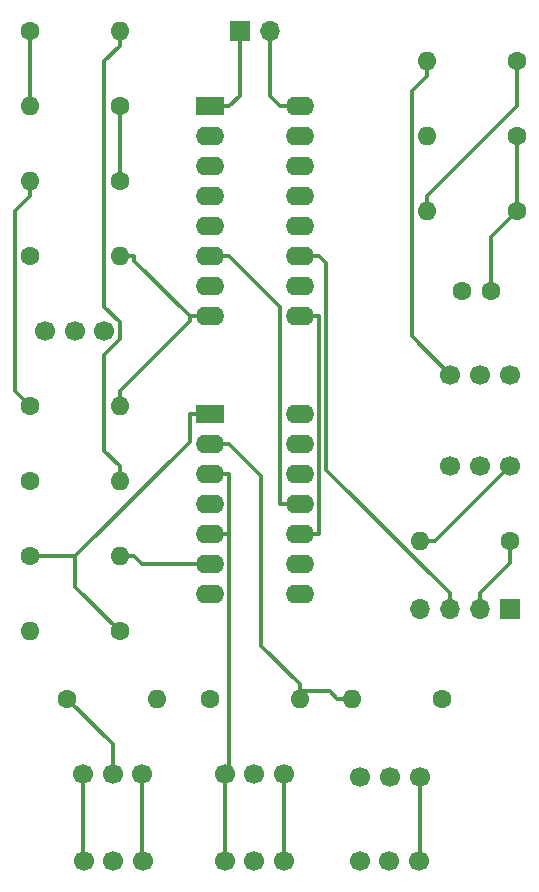
<source format=gtl>
%TF.GenerationSoftware,KiCad,Pcbnew,(5.1.12)-1*%
%TF.CreationDate,2021-11-26T16:16:19-08:00*%
%TF.ProjectId,VCF_LowPass,5643465f-4c6f-4775-9061-73732e6b6963,rev?*%
%TF.SameCoordinates,Original*%
%TF.FileFunction,Copper,L1,Top*%
%TF.FilePolarity,Positive*%
%FSLAX46Y46*%
G04 Gerber Fmt 4.6, Leading zero omitted, Abs format (unit mm)*
G04 Created by KiCad (PCBNEW (5.1.12)-1) date 2021-11-26 16:16:20*
%MOMM*%
%LPD*%
G01*
G04 APERTURE LIST*
%TA.AperFunction,ComponentPad*%
%ADD10C,1.700000*%
%TD*%
%TA.AperFunction,ComponentPad*%
%ADD11O,2.400000X1.600000*%
%TD*%
%TA.AperFunction,ComponentPad*%
%ADD12R,2.400000X1.600000*%
%TD*%
%TA.AperFunction,ComponentPad*%
%ADD13C,1.600000*%
%TD*%
%TA.AperFunction,ComponentPad*%
%ADD14R,1.700000X1.700000*%
%TD*%
%TA.AperFunction,ComponentPad*%
%ADD15O,1.700000X1.700000*%
%TD*%
%TA.AperFunction,ComponentPad*%
%ADD16O,1.600000X1.600000*%
%TD*%
%TA.AperFunction,Conductor*%
%ADD17C,0.304800*%
%TD*%
G04 APERTURE END LIST*
D10*
%TO.P,RV4,3*%
%TO.N,Net-(C1-Pad2)*%
X94314000Y-123825000D03*
%TO.P,RV4,2*%
X96814000Y-123825000D03*
%TO.P,RV4,1*%
%TO.N,Net-(R15-Pad2)*%
X99314000Y-123825000D03*
%TD*%
%TO.P,J5,TN*%
%TO.N,Net-(IC1-Pad9)*%
X94314000Y-116078000D03*
%TO.P,J5,T*%
%TO.N,GND*%
X96814000Y-116078000D03*
%TO.P,J5,S*%
X99314000Y-116078000D03*
%TD*%
%TO.P,RV1,3*%
%TO.N,GND*%
X63199000Y-149860000D03*
%TO.P,RV1,2*%
%TO.N,Net-(R1-Pad1)*%
X65699000Y-149860000D03*
%TO.P,RV1,1*%
%TO.N,Net-(J1-PadTN)*%
X68199000Y-149860000D03*
%TD*%
%TO.P,RV3,3*%
%TO.N,GND*%
X86694000Y-150114000D03*
%TO.P,RV3,2*%
%TO.N,Net-(R3-Pad1)*%
X89194000Y-150114000D03*
%TO.P,RV3,1*%
%TO.N,Net-(J3-PadTN)*%
X91694000Y-150114000D03*
%TD*%
%TO.P,RV2,3*%
%TO.N,GND*%
X75184000Y-149860000D03*
%TO.P,RV2,2*%
%TO.N,Net-(R2-Pad1)*%
X77684000Y-149860000D03*
%TO.P,RV2,1*%
%TO.N,Net-(J2-PadTN)*%
X80184000Y-149860000D03*
%TD*%
%TO.P,J1,TN*%
%TO.N,Net-(J1-PadTN)*%
X68246000Y-157226000D03*
%TO.P,J1,T*%
%TO.N,GND*%
X65746000Y-157226000D03*
%TO.P,J1,S*%
X63246000Y-157226000D03*
%TD*%
%TO.P,J2,TN*%
%TO.N,Net-(J2-PadTN)*%
X80184000Y-157226000D03*
%TO.P,J2,T*%
%TO.N,GND*%
X77684000Y-157226000D03*
%TO.P,J2,S*%
X75184000Y-157226000D03*
%TD*%
%TO.P,J3,TN*%
%TO.N,Net-(J3-PadTN)*%
X91614000Y-157226000D03*
%TO.P,J3,T*%
%TO.N,GND*%
X89114000Y-157226000D03*
%TO.P,J3,S*%
X86614000Y-157226000D03*
%TD*%
D11*
%TO.P,IC1,16*%
%TO.N,Net-(IC1-Pad16)*%
X81534000Y-93345000D03*
%TO.P,IC1,8*%
%TO.N,Net-(IC1-Pad8)*%
X73914000Y-111125000D03*
%TO.P,IC1,15*%
%TO.N,Net-(IC1-Pad15)*%
X81534000Y-95885000D03*
%TO.P,IC1,7*%
%TO.N,Net-(C1-Pad1)*%
X73914000Y-108585000D03*
%TO.P,IC1,14*%
%TO.N,Net-(IC1-Pad14)*%
X81534000Y-98425000D03*
%TO.P,IC1,6*%
%TO.N,-12V*%
X73914000Y-106045000D03*
%TO.P,IC1,13*%
%TO.N,Net-(IC1-Pad13)*%
X81534000Y-100965000D03*
%TO.P,IC1,5*%
%TO.N,Net-(C1-Pad1)*%
X73914000Y-103505000D03*
%TO.P,IC1,12*%
%TO.N,Net-(C2-Pad1)*%
X81534000Y-103505000D03*
%TO.P,IC1,4*%
%TO.N,Net-(IC1-Pad4)*%
X73914000Y-100965000D03*
%TO.P,IC1,11*%
%TO.N,+12V*%
X81534000Y-106045000D03*
%TO.P,IC1,3*%
%TO.N,Net-(IC1-Pad3)*%
X73914000Y-98425000D03*
%TO.P,IC1,10*%
%TO.N,Net-(C2-Pad1)*%
X81534000Y-108585000D03*
%TO.P,IC1,2*%
%TO.N,Net-(IC1-Pad2)*%
X73914000Y-95885000D03*
%TO.P,IC1,9*%
%TO.N,Net-(IC1-Pad9)*%
X81534000Y-111125000D03*
D12*
%TO.P,IC1,1*%
%TO.N,Net-(IC1-Pad1)*%
X73914000Y-93345000D03*
%TD*%
D13*
%TO.P,C2,1*%
%TO.N,Net-(C2-Pad1)*%
X95250000Y-108966000D03*
%TO.P,C2,2*%
%TO.N,GND*%
X97750000Y-108966000D03*
%TD*%
D14*
%TO.P,J4,1*%
%TO.N,Net-(IC1-Pad1)*%
X76454000Y-86995000D03*
D15*
%TO.P,J4,2*%
%TO.N,Net-(IC1-Pad16)*%
X78994000Y-86995000D03*
%TD*%
D14*
%TO.P,J6,1*%
%TO.N,-12V*%
X99314000Y-135890000D03*
D15*
%TO.P,J6,2*%
%TO.N,GND*%
X96774000Y-135890000D03*
%TO.P,J6,3*%
%TO.N,+12V*%
X94234000Y-135890000D03*
%TO.P,J6,4*%
%TO.N,+5V*%
X91694000Y-135890000D03*
%TD*%
D16*
%TO.P,R1,2*%
%TO.N,Net-(R1-Pad2)*%
X69469000Y-143510000D03*
D13*
%TO.P,R1,1*%
%TO.N,Net-(R1-Pad1)*%
X61849000Y-143510000D03*
%TD*%
%TO.P,R2,1*%
%TO.N,Net-(R2-Pad1)*%
X73914000Y-143510000D03*
D16*
%TO.P,R2,2*%
%TO.N,Net-(R1-Pad2)*%
X81534000Y-143510000D03*
%TD*%
%TO.P,R3,2*%
%TO.N,Net-(R1-Pad2)*%
X85979000Y-143510000D03*
D13*
%TO.P,R3,1*%
%TO.N,Net-(R3-Pad1)*%
X93599000Y-143510000D03*
%TD*%
%TO.P,R4,1*%
%TO.N,Net-(R4-Pad1)*%
X66294000Y-137795000D03*
D16*
%TO.P,R4,2*%
%TO.N,Net-(R1-Pad2)*%
X58674000Y-137795000D03*
%TD*%
D13*
%TO.P,R5,1*%
%TO.N,Net-(R4-Pad1)*%
X58674000Y-131445000D03*
D16*
%TO.P,R5,2*%
%TO.N,Net-(R5-Pad2)*%
X66294000Y-131445000D03*
%TD*%
%TO.P,R6,2*%
%TO.N,Net-(R6-Pad2)*%
X66294000Y-125095000D03*
D13*
%TO.P,R6,1*%
%TO.N,Net-(R5-Pad2)*%
X58674000Y-125095000D03*
%TD*%
%TO.P,R7,1*%
%TO.N,Net-(IC1-Pad3)*%
X58674000Y-86995000D03*
D16*
%TO.P,R7,2*%
%TO.N,Net-(R6-Pad2)*%
X66294000Y-86995000D03*
%TD*%
%TO.P,R8,2*%
%TO.N,Net-(IC1-Pad3)*%
X58674000Y-93345000D03*
D13*
%TO.P,R8,1*%
%TO.N,GND*%
X66294000Y-93345000D03*
%TD*%
%TO.P,R9,1*%
%TO.N,Net-(IC1-Pad4)*%
X58674000Y-118745000D03*
D16*
%TO.P,R9,2*%
%TO.N,Net-(IC1-Pad8)*%
X66294000Y-118745000D03*
%TD*%
%TO.P,R10,2*%
%TO.N,Net-(IC1-Pad4)*%
X58674000Y-99695000D03*
D13*
%TO.P,R10,1*%
%TO.N,GND*%
X66294000Y-99695000D03*
%TD*%
%TO.P,R11,1*%
%TO.N,Net-(IC1-Pad14)*%
X58674000Y-106045000D03*
D16*
%TO.P,R11,2*%
%TO.N,Net-(IC1-Pad8)*%
X66294000Y-106045000D03*
%TD*%
%TO.P,R12,2*%
%TO.N,Net-(IC1-Pad14)*%
X92329000Y-95885000D03*
D13*
%TO.P,R12,1*%
%TO.N,GND*%
X99949000Y-95885000D03*
%TD*%
D16*
%TO.P,R13,2*%
%TO.N,Net-(IC1-Pad9)*%
X92329000Y-89535000D03*
D13*
%TO.P,R13,1*%
%TO.N,Net-(IC1-Pad13)*%
X99949000Y-89535000D03*
%TD*%
%TO.P,R14,1*%
%TO.N,GND*%
X99949000Y-102235000D03*
D16*
%TO.P,R14,2*%
%TO.N,Net-(IC1-Pad13)*%
X92329000Y-102235000D03*
%TD*%
D13*
%TO.P,R15,1*%
%TO.N,GND*%
X99314000Y-130175000D03*
D16*
%TO.P,R15,2*%
%TO.N,Net-(R15-Pad2)*%
X91694000Y-130175000D03*
%TD*%
D12*
%TO.P,U1,1*%
%TO.N,Net-(R4-Pad1)*%
X73914000Y-119380000D03*
D11*
%TO.P,U1,8*%
%TO.N,Net-(C1-Pad2)*%
X81534000Y-134620000D03*
%TO.P,U1,2*%
%TO.N,Net-(R1-Pad2)*%
X73914000Y-121920000D03*
%TO.P,U1,9*%
%TO.N,Net-(R15-Pad2)*%
X81534000Y-132080000D03*
%TO.P,U1,3*%
%TO.N,GND*%
X73914000Y-124460000D03*
%TO.P,U1,10*%
%TO.N,Net-(IC1-Pad9)*%
X81534000Y-129540000D03*
%TO.P,U1,4*%
%TO.N,+12V*%
X73914000Y-127000000D03*
%TO.P,U1,11*%
%TO.N,-12V*%
X81534000Y-127000000D03*
%TO.P,U1,5*%
%TO.N,GND*%
X73914000Y-129540000D03*
%TO.P,U1,12*%
%TO.N,N/C*%
X81534000Y-124460000D03*
%TO.P,U1,6*%
%TO.N,Net-(R5-Pad2)*%
X73914000Y-132080000D03*
%TO.P,U1,13*%
%TO.N,N/C*%
X81534000Y-121920000D03*
%TO.P,U1,7*%
%TO.N,Net-(R6-Pad2)*%
X73914000Y-134620000D03*
%TO.P,U1,14*%
%TO.N,N/C*%
X81534000Y-119380000D03*
%TD*%
D10*
%TO.P,C1,1*%
%TO.N,Net-(C1-Pad1)*%
X59984000Y-112395000D03*
%TO.P,C1,2*%
%TO.N,Net-(C1-Pad2)*%
X62484000Y-112395000D03*
%TO.P,C1,3*%
%TO.N,N/C*%
X64984000Y-112395000D03*
%TD*%
D17*
%TO.N,GND*%
X73914000Y-124460000D02*
X75571500Y-124460000D01*
X75571500Y-129540000D02*
X75571500Y-124460000D01*
X75419000Y-129540000D02*
X75571500Y-129540000D01*
X73914000Y-129540000D02*
X75419000Y-129540000D01*
X63246000Y-157226000D02*
X63199000Y-157179000D01*
X63199000Y-157179000D02*
X63199000Y-149860000D01*
X75184000Y-157226000D02*
X75184000Y-149860000D01*
X99949000Y-102235000D02*
X97750000Y-104434000D01*
X97750000Y-104434000D02*
X97750000Y-108966000D01*
X96774000Y-134582500D02*
X99314000Y-132042500D01*
X99314000Y-132042500D02*
X99314000Y-130175000D01*
X66294000Y-99695000D02*
X66294000Y-93345000D01*
X99949000Y-102235000D02*
X99949000Y-95885000D01*
X96774000Y-135890000D02*
X96774000Y-134582500D01*
X75571500Y-129540000D02*
X75571500Y-149472500D01*
X75571500Y-149472500D02*
X75184000Y-149860000D01*
%TO.N,Net-(IC1-Pad1)*%
X73914000Y-93345000D02*
X75571500Y-93345000D01*
X76454000Y-86995000D02*
X76454000Y-92462500D01*
X76454000Y-92462500D02*
X75571500Y-93345000D01*
%TO.N,Net-(IC1-Pad3)*%
X58674000Y-86995000D02*
X58674000Y-93345000D01*
%TO.N,Net-(IC1-Pad4)*%
X58674000Y-99695000D02*
X58674000Y-100952500D01*
X58674000Y-118745000D02*
X57412800Y-117483800D01*
X57412800Y-117483800D02*
X57412800Y-102213700D01*
X57412800Y-102213700D02*
X58674000Y-100952500D01*
%TO.N,-12V*%
X73914000Y-106045000D02*
X75571500Y-106045000D01*
X81534000Y-127000000D02*
X79876500Y-127000000D01*
X79876500Y-127000000D02*
X79876500Y-110350000D01*
X79876500Y-110350000D02*
X75571500Y-106045000D01*
%TO.N,Net-(IC1-Pad8)*%
X66294000Y-117487500D02*
X72256500Y-111525000D01*
X72256500Y-111525000D02*
X72256500Y-111125000D01*
X72256500Y-111125000D02*
X67551500Y-106420000D01*
X67551500Y-106420000D02*
X67551500Y-106045000D01*
X66294000Y-118745000D02*
X66294000Y-117487500D01*
X73914000Y-111125000D02*
X72256500Y-111125000D01*
X66294000Y-106045000D02*
X67551500Y-106045000D01*
%TO.N,Net-(IC1-Pad9)*%
X81534000Y-111125000D02*
X83191500Y-111125000D01*
X81534000Y-129540000D02*
X83191500Y-129540000D01*
X83191500Y-111125000D02*
X83191500Y-129540000D01*
X92329000Y-89535000D02*
X92329000Y-90792500D01*
X92329000Y-90792500D02*
X91040300Y-92081200D01*
X91040300Y-92081200D02*
X91040300Y-112804300D01*
X91040300Y-112804300D02*
X94314000Y-116078000D01*
%TO.N,+12V*%
X94234000Y-134582500D02*
X83801400Y-124149900D01*
X83801400Y-124149900D02*
X83801400Y-106654900D01*
X83801400Y-106654900D02*
X83191500Y-106045000D01*
X94234000Y-135890000D02*
X94234000Y-134582500D01*
X81534000Y-106045000D02*
X83191500Y-106045000D01*
%TO.N,Net-(IC1-Pad13)*%
X99949000Y-89535000D02*
X99949000Y-93332700D01*
X99949000Y-93332700D02*
X92329000Y-100952700D01*
X92329000Y-100952700D02*
X92329000Y-102235000D01*
%TO.N,Net-(IC1-Pad16)*%
X81534000Y-93345000D02*
X79876500Y-93345000D01*
X78994000Y-86995000D02*
X78994000Y-92462500D01*
X78994000Y-92462500D02*
X79876500Y-93345000D01*
%TO.N,Net-(J1-PadTN)*%
X68246000Y-157226000D02*
X68199000Y-157179000D01*
X68199000Y-157179000D02*
X68199000Y-149860000D01*
%TO.N,Net-(J2-PadTN)*%
X80184000Y-157226000D02*
X80184000Y-149860000D01*
%TO.N,Net-(J3-PadTN)*%
X91614000Y-157226000D02*
X91694000Y-157146000D01*
X91694000Y-157146000D02*
X91694000Y-150114000D01*
%TO.N,Net-(R1-Pad2)*%
X85979000Y-143510000D02*
X84721500Y-143510000D01*
X81534000Y-142881200D02*
X84092700Y-142881200D01*
X84092700Y-142881200D02*
X84721500Y-143510000D01*
X81534000Y-142881200D02*
X81534000Y-142252500D01*
X81534000Y-143510000D02*
X81534000Y-142881200D01*
X73914000Y-121920000D02*
X75571500Y-121920000D01*
X75571500Y-121920000D02*
X78307900Y-124656400D01*
X78307900Y-124656400D02*
X78307900Y-139026400D01*
X78307900Y-139026400D02*
X81534000Y-142252500D01*
%TO.N,Net-(R1-Pad1)*%
X61849000Y-143510000D02*
X65699000Y-147360000D01*
X65699000Y-147360000D02*
X65699000Y-149860000D01*
%TO.N,Net-(R4-Pad1)*%
X62545800Y-131445000D02*
X62545800Y-134046800D01*
X62545800Y-134046800D02*
X66294000Y-137795000D01*
X72256500Y-119380000D02*
X72256500Y-121734300D01*
X72256500Y-121734300D02*
X62545800Y-131445000D01*
X62545800Y-131445000D02*
X58674000Y-131445000D01*
X73914000Y-119380000D02*
X72256500Y-119380000D01*
%TO.N,Net-(R5-Pad2)*%
X66294000Y-131445000D02*
X67551500Y-131445000D01*
X73914000Y-132080000D02*
X68186500Y-132080000D01*
X68186500Y-132080000D02*
X67551500Y-131445000D01*
%TO.N,Net-(R6-Pad2)*%
X66294000Y-125095000D02*
X66294000Y-123837500D01*
X66294000Y-86995000D02*
X66294000Y-88252500D01*
X66294000Y-88252500D02*
X64991900Y-89554600D01*
X64991900Y-89554600D02*
X64991900Y-110306500D01*
X64991900Y-110306500D02*
X66294000Y-111608600D01*
X66294000Y-111608600D02*
X66294000Y-113092600D01*
X66294000Y-113092600D02*
X65001800Y-114384800D01*
X65001800Y-114384800D02*
X65001800Y-122545300D01*
X65001800Y-122545300D02*
X66294000Y-123837500D01*
%TO.N,Net-(R15-Pad2)*%
X91694000Y-130175000D02*
X92964000Y-130175000D01*
X92964000Y-130175000D02*
X99314000Y-123825000D01*
%TD*%
M02*

</source>
